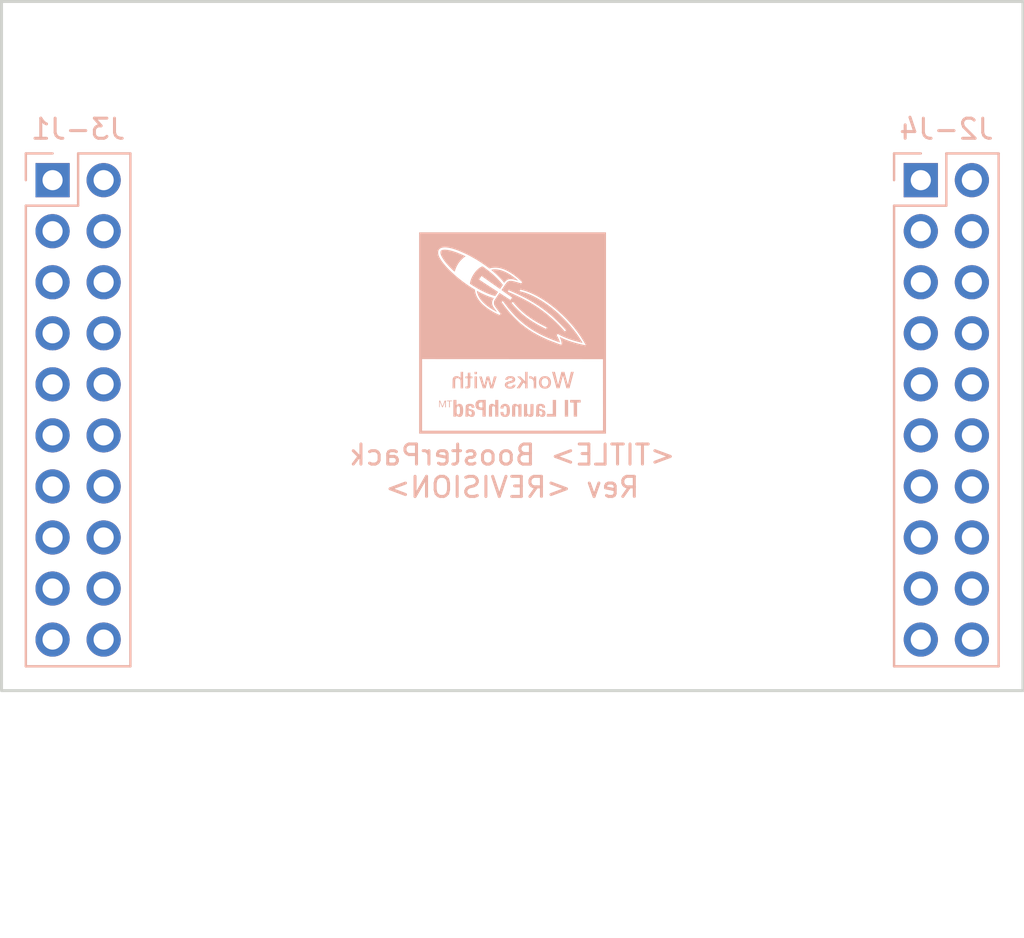
<source format=kicad_pcb>
(kicad_pcb (version 20221018) (generator pcbnew)
  (title_block (title "<TITLE>") (rev "<REVISION>"))
  (layers (0 "F.Cu" signal) (31 "B.Cu" signal) (34 "B.Paste" user) (35 "F.Paste" user) (36 "B.SilkS" user "B.Silkscreen") (37 "F.SilkS" user "F.Silkscreen") (38 "B.Mask" user) (39 "F.Mask" user) (44 "Edge.Cuts" user))
  (net 0 "")
  (net 1 "/*D40")
  (net 2 "/*D39")
  (net 3 "/*D19")
  (net 4 "/*D38")
  (net 5 "/D18{slash}SPI.CS")
  (net 6 "/*D37")
  (net 7 "/D17")
  (net 8 "+3V3")
  (net 9 "/D36{slash}TC")
  (net 10 "/RST{slash}D16")
  (net 11 "/D35{slash}TC")
  (net 12 "/D15{slash}SPI.MOSI")
  (net 13 "/D34")
  (net 14 "/D14{slash}SPI.MISO")
  (net 15 "/D33")
  (net 16 "/D13{slash}SPI.CS")
  (net 17 "/D32")
  (net 18 "GND")
  (net 19 "/D12{slash}SPI.CS")
  (net 20 "/D31")
  (net 21 "/D11")
  (net 22 "/D2{slash}ADC")
  (net 23 "/D3{slash}UART.RX")
  (net 24 "/D23{slash}ADC")
  (net 25 "/D4{slash}UART.TX")
  (net 26 "/D24{slash}ADC")
  (net 27 "/D5")
  (net 28 "/D25{slash}ADC")
  (net 29 "+5V")
  (net 30 "/D6{slash}ADC")
  (net 31 "/D26{slash}ADC")
  (net 32 "/D7{slash}SPI.CLK")
  (net 33 "/D27{slash}ADC")
  (net 34 "/D8")
  (net 35 "/D28{slash}ADC")
  (net 36 "/D9{slash}SCL")
  (net 37 "/D29{slash}DAC")
  (net 38 "/D10{slash}SDA")
  (net 39 "/D30{slash}DAC")
  (footprint "Connector_PinSocket_2.54mm:PinSocket_2x10_P2.54mm_Vertical" (layer "B.Cu") (at 102.54 74.6 180)
    (fp_text reference "J3-J1" (at -1.27 2.54) (layer "B.SilkS") (effects (justify mirror)))
    (fp_text value "Conn_01x10" hide)
    (pad "1" thru_hole rect locked (at 0 0 180) (size 1.7 1.7) (drill 1) (layers "*.Cu" "*.Mask") (net 8 "+3V3"))
    (pad "2" thru_hole oval locked (at -2.54 0 180) (size 1.7 1.7) (drill 1) (layers "*.Cu" "*.Mask") (net 29 "+5V"))
    (pad "3" thru_hole oval locked (at 0 -2.54 180) (size 1.7 1.7) (drill 1) (layers "*.Cu" "*.Mask") (net 22 "/D2{slash}ADC"))
    (pad "4" thru_hole oval locked (at -2.54 -2.54 180) (size 1.7 1.7) (drill 1) (layers "*.Cu" "*.Mask") (net 18 "GND"))
    (pad "5" thru_hole oval locked (at 0 -5.08 180) (size 1.7 1.7) (drill 1) (layers "*.Cu" "*.Mask") (net 23 "/D3{slash}UART.RX"))
    (pad "6" thru_hole oval locked (at -2.54 -5.08 180) (size 1.7 1.7) (drill 1) (layers "*.Cu" "*.Mask") (net 24 "/D23{slash}ADC"))
    (pad "7" thru_hole oval locked (at 0 -7.62 180) (size 1.7 1.7) (drill 1) (layers "*.Cu" "*.Mask") (net 25 "/D4{slash}UART.TX"))
    (pad "8" thru_hole oval locked (at -2.54 -7.62 180) (size 1.7 1.7) (drill 1) (layers "*.Cu" "*.Mask") (net 26 "/D24{slash}ADC"))
    (pad "9" thru_hole oval locked (at 0 -10.16 180) (size 1.7 1.7) (drill 1) (layers "*.Cu" "*.Mask") (net 27 "/D5"))
    (pad "10" thru_hole oval locked (at -2.54 -10.16 180) (size 1.7 1.7) (drill 1) (layers "*.Cu" "*.Mask") (net 28 "/D25{slash}ADC"))
    (pad "11" thru_hole oval locked (at 0 -12.7 180) (size 1.7 1.7) (drill 1) (layers "*.Cu" "*.Mask") (net 30 "/D6{slash}ADC"))
    (pad "12" thru_hole oval locked (at -2.54 -12.7 180) (size 1.7 1.7) (drill 1) (layers "*.Cu" "*.Mask") (net 31 "/D26{slash}ADC"))
    (pad "13" thru_hole oval locked (at 0 -15.24 180) (size 1.7 1.7) (drill 1) (layers "*.Cu" "*.Mask") (net 32 "/D7{slash}SPI.CLK"))
    (pad "14" thru_hole oval locked (at -2.54 -15.24 180) (size 1.7 1.7) (drill 1) (layers "*.Cu" "*.Mask") (net 33 "/D27{slash}ADC"))
    (pad "15" thru_hole oval locked (at 0 -17.78 180) (size 1.7 1.7) (drill 1) (layers "*.Cu" "*.Mask") (net 34 "/D8"))
    (pad "16" thru_hole oval locked (at -2.54 -17.78 180) (size 1.7 1.7) (drill 1) (layers "*.Cu" "*.Mask") (net 35 "/D28{slash}ADC"))
    (pad "17" thru_hole oval locked (at 0 -20.32 180) (size 1.7 1.7) (drill 1) (layers "*.Cu" "*.Mask") (net 36 "/D9{slash}SCL"))
    (pad "18" thru_hole oval locked (at -2.54 -20.32 180) (size 1.7 1.7) (drill 1) (layers "*.Cu" "*.Mask") (net 37 "/D29{slash}DAC"))
    (pad "19" thru_hole oval locked (at 0 -22.86 180) (size 1.7 1.7) (drill 1) (layers "*.Cu" "*.Mask") (net 38 "/D10{slash}SDA"))
    (pad "20" thru_hole oval locked (at -2.54 -22.86 180) (size 1.7 1.7) (drill 1) (layers "*.Cu" "*.Mask") (net 39 "/D30{slash}DAC"))
  )
  (footprint "Connector_PinSocket_2.54mm:PinSocket_2x10_P2.54mm_Vertical" (layer "B.Cu") (at 145.72 74.6 180)
    (fp_text reference "J2-J4" (at -1.27 2.54) (layer "B.SilkS") (effects (justify mirror)))
    (fp_text value "Conn_01x10" hide)
    (pad "1" thru_hole rect locked (at 0 0 180) (size 1.7 1.7) (drill 1) (layers "*.Cu" "*.Mask") (net 1 "/*D40"))
    (pad "2" thru_hole oval locked (at -2.54 0 180) (size 1.7 1.7) (drill 1) (layers "*.Cu" "*.Mask") (net 18 "GND"))
    (pad "3" thru_hole oval locked (at 0 -2.54 180) (size 1.7 1.7) (drill 1) (layers "*.Cu" "*.Mask") (net 2 "/*D39"))
    (pad "4" thru_hole oval locked (at -2.54 -2.54 180) (size 1.7 1.7) (drill 1) (layers "*.Cu" "*.Mask") (net 3 "/*D19"))
    (pad "5" thru_hole oval locked (at 0 -5.08 180) (size 1.7 1.7) (drill 1) (layers "*.Cu" "*.Mask") (net 4 "/*D38"))
    (pad "6" thru_hole oval locked (at -2.54 -5.08 180) (size 1.7 1.7) (drill 1) (layers "*.Cu" "*.Mask") (net 5 "/D18{slash}SPI.CS"))
    (pad "7" thru_hole oval locked (at 0 -7.62 180) (size 1.7 1.7) (drill 1) (layers "*.Cu" "*.Mask") (net 6 "/*D37"))
    (pad "8" thru_hole oval locked (at -2.54 -7.62 180) (size 1.7 1.7) (drill 1) (layers "*.Cu" "*.Mask") (net 7 "/D17"))
    (pad "9" thru_hole oval locked (at 0 -10.16 180) (size 1.7 1.7) (drill 1) (layers "*.Cu" "*.Mask") (net 9 "/D36{slash}TC"))
    (pad "10" thru_hole oval locked (at -2.54 -10.16 180) (size 1.7 1.7) (drill 1) (layers "*.Cu" "*.Mask") (net 10 "/RST{slash}D16"))
    (pad "11" thru_hole oval locked (at 0 -12.7 180) (size 1.7 1.7) (drill 1) (layers "*.Cu" "*.Mask") (net 11 "/D35{slash}TC"))
    (pad "12" thru_hole oval locked (at -2.54 -12.7 180) (size 1.7 1.7) (drill 1) (layers "*.Cu" "*.Mask") (net 12 "/D15{slash}SPI.MOSI"))
    (pad "13" thru_hole oval locked (at 0 -15.24 180) (size 1.7 1.7) (drill 1) (layers "*.Cu" "*.Mask") (net 13 "/D34"))
    (pad "14" thru_hole oval locked (at -2.54 -15.24 180) (size 1.7 1.7) (drill 1) (layers "*.Cu" "*.Mask") (net 14 "/D14{slash}SPI.MISO"))
    (pad "15" thru_hole oval locked (at 0 -17.78 180) (size 1.7 1.7) (drill 1) (layers "*.Cu" "*.Mask") (net 15 "/D33"))
    (pad "16" thru_hole oval locked (at -2.54 -17.78 180) (size 1.7 1.7) (drill 1) (layers "*.Cu" "*.Mask") (net 16 "/D13{slash}SPI.CS"))
    (pad "17" thru_hole oval locked (at 0 -20.32 180) (size 1.7 1.7) (drill 1) (layers "*.Cu" "*.Mask") (net 17 "/D32"))
    (pad "18" thru_hole oval locked (at -2.54 -20.32 180) (size 1.7 1.7) (drill 1) (layers "*.Cu" "*.Mask") (net 19 "/D12{slash}SPI.CS"))
    (pad "19" thru_hole oval locked (at 0 -22.86 180) (size 1.7 1.7) (drill 1) (layers "*.Cu" "*.Mask") (net 20 "/D31"))
    (pad "20" thru_hole oval locked (at -2.54 -22.86 180) (size 1.7 1.7) (drill 1) (layers "*.Cu" "*.Mask") (net 21 "/D11"))
  )
  (footprint "LOGO" (layer "B.Cu") (at 125.4 82.22 180)
    (fp_text reference "G1" hide)
    (fp_text value "LaunchPad-Logo" hide)
  )
  (gr_rect (start 100 65.71) (end 150.8 100) (stroke (width 0.14986)) (fill none) (layer "Edge.Cuts"))
  (gr_text "${TITLE} BoosterPack\nRev ${REVISION}" (at 125.4 89.078) (layer "B.SilkS") (effects (font (size 1 1)) (justify mirror)))
)
</source>
